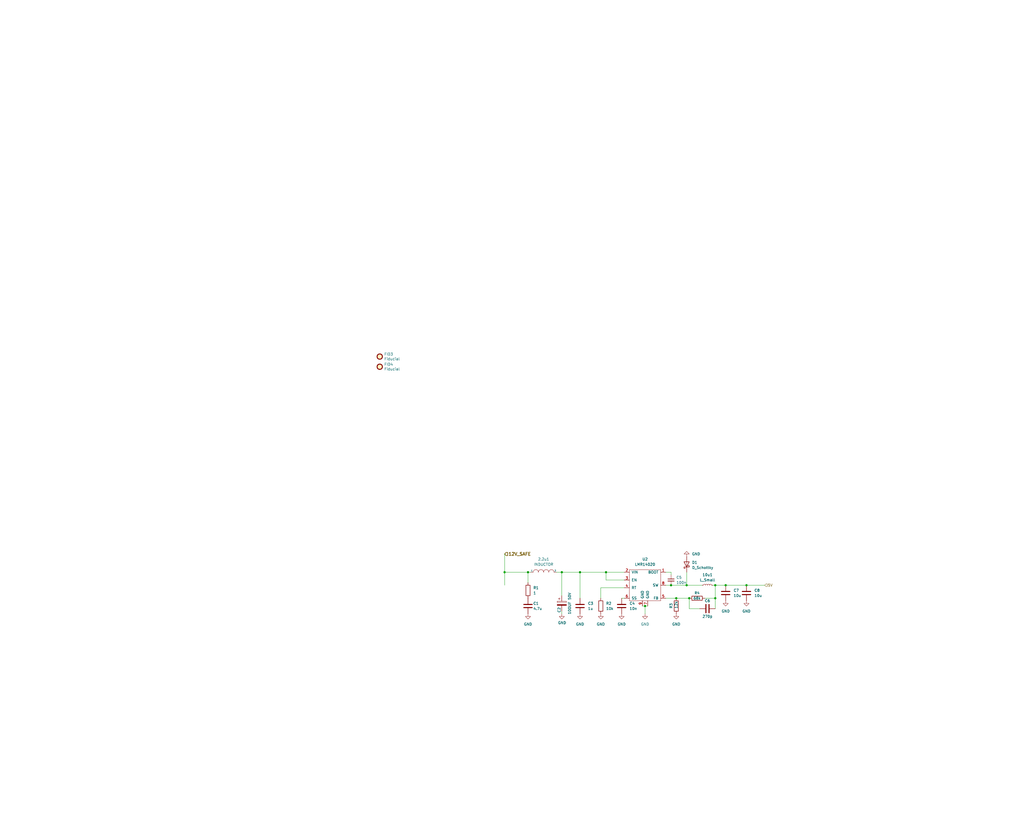
<source format=kicad_sch>
(kicad_sch (version 20211123) (generator eeschema)
  (paper "User" 499.999 399.999)
  (title_block (title "microRusEFI-2L") (date "2020-05-24") (rev "R0.5.2") (company "rusEFI.com") (comment 1 "Donald Becker") (comment 2 "AI6OD"))
  (lib_symbols
    (symbol "C_1" (pin_numbers hide) (pin_names (offset 0.254))
      (property "Reference" "C" (at 0.635 2.54 0))
      (property "Value" "C_1" (at 0.635 -2.54 0))
      (symbol "C_1_0_1"
        (polyline (pts (xy -2.032 -0.762) (xy 2.032 -0.762)) (stroke (width 0.508)))
        (polyline (pts (xy -2.032 0.762) (xy 2.032 0.762)) (stroke (width 0.508)))
      )
      (symbol "C_1_1_1"
        (pin passive line (at 0 3.81 270) (length 2.794) (name "~") (number "1"))
        (pin passive line (at 0 -3.81 90) (length 2.794) (name "~") (number "2"))
      )
    )
    (symbol "Device:CP" (pin_numbers hide) (pin_names (offset 0.254))
      (property "Reference" "C" (at 0.635 2.54 0))
      (property "Value" "Device_CP" (at 0.635 -2.54 0))
      (symbol "CP_0_1"
        (rectangle (start -2.286 0.508) (end 2.286 1.016))
        (polyline (pts (xy -1.778 2.286) (xy -0.762 2.286)))
        (polyline (pts (xy -1.27 2.794) (xy -1.27 1.778)))
        (rectangle (start 2.286 -0.508) (end -2.286 -1.016) (fill (type outline)))
      )
      (symbol "CP_1_1"
        (pin passive line (at 0 3.81 270) (length 2.794) (name "~") (number "1"))
        (pin passive line (at 0 -3.81 90) (length 2.794) (name "~") (number "2"))
      )
    )
    (symbol "Device:C_Small" (pin_numbers hide) (pin_names (offset 0.254) hide)
      (property "Reference" "C" (at 0.254 1.778 0))
      (property "Value" "C_Small" (at 0.254 -2.032 0))
      (symbol "C_Small_0_1"
        (polyline (pts (xy -1.524 -0.508) (xy 1.524 -0.508)) (stroke (width 0.3302)))
        (polyline (pts (xy -1.524 0.508) (xy 1.524 0.508)) (stroke (width 0.3048)))
      )
      (symbol "C_Small_1_1"
        (pin passive line (at 0 2.54 270) (length 2.032) (name "~") (number "1"))
        (pin passive line (at 0 -2.54 90) (length 2.032) (name "~") (number "2"))
      )
    )
    (symbol "Device:D_Schottky" (pin_numbers hide) (pin_names (offset 1.016) hide)
      (property "Reference" "D" (at 0 2.54 0))
      (property "Value" "D_Schottky" (at 0 -2.54 0))
      (symbol "D_Schottky_0_1"
        (polyline (pts (xy 1.27 0) (xy -1.27 0)))
        (polyline (pts (xy 1.27 1.27) (xy 1.27 -1.27) (xy -1.27 0) (xy 1.27 1.27)) (stroke (width 0.254)))
        (polyline (pts (xy -1.905 0.635) (xy -1.905 1.27) (xy -1.27 1.27) (xy -1.27 -1.27) (xy -0.635 -1.27) (xy -0.635 -0.635)) (stroke (width 0.254)))
      )
      (symbol "D_Schottky_1_1"
        (pin passive line (at -3.81 0 0) (length 2.54) (name "K") (number "1"))
        (pin passive line (at 3.81 0 180) (length 2.54) (name "A") (number "2"))
      )
    )
    (symbol "Device:L_Small" (pin_numbers hide) (pin_names (offset 0.254) hide)
      (property "Reference" "L" (at 0.762 1.016 0))
      (property "Value" "L_Small" (at 0.762 -1.016 0))
      (symbol "L_Small_0_1"
        (arc (start 0 -2.032) (mid 0.508 -1.524) (end 0 -1.016))
        (arc (start 0 -1.016) (mid 0.508 -0.508) (end 0 0))
        (arc (start 0 0) (mid 0.508 0.508) (end 0 1.016))
        (arc (start 0 1.016) (mid 0.508 1.524) (end 0 2.032))
      )
      (symbol "L_Small_1_1"
        (pin passive line (at 0 2.54 270) (length 0.508) (name "~") (number "1"))
        (pin passive line (at 0 -2.54 90) (length 0.508) (name "~") (number "2"))
      )
    )
    (symbol "Device:R" (pin_numbers hide) (pin_names (offset 0))
      (property "Reference" "R" (at 2.032 0 90))
      (property "Value" "R" (at 0 0 90))
      (symbol "R_0_1"
        (rectangle (start -1.016 -2.54) (end 1.016 2.54) (stroke (width 0.254)))
      )
      (symbol "R_1_1"
        (pin passive line (at 0 3.81 270) (length 1.27) (name "~") (number "1"))
        (pin passive line (at 0 -3.81 90) (length 1.27) (name "~") (number "2"))
      )
    )
    (symbol "GND_1" (power) (pin_names (offset 0))
      (property "Value" "GND_1" (at 0 -3.81 0))
      (symbol "GND_1_0_1"
        (polyline (pts (xy 0 0) (xy 0 -1.27) (xy 1.27 -1.27) (xy 0 -2.54) (xy -1.27 -1.27) (xy 0 -1.27)))
      )
      (symbol "GND_1_1_1"
        (pin power_in line (at 0 0 270) (length 0) hide (name "GND") (number "1"))
      )
    )
    (symbol "Mechanical:Fiducial"
      (property "Reference" "FID" (at 0 5.08 0))
      (property "Value" "Mechanical_Fiducial" (at 0 3.175 0))
      (symbol "Fiducial_0_1"
        (circle (center 0 0) (radius 1.27) (stroke (width 0.508)) (fill (type background)))
      )
    )
    (symbol "Simon:LMR14020" (pin_names (offset 1.016))
      (property "Reference" "U" (at -3.81 -11.43 0))
      (property "Value" "LMR14020" (at 2.54 8.89 0))
      (symbol "LMR14020_0_1"
        (rectangle (start -5.08 -8.89) (end 10.16 6.35))
      )
      (symbol "LMR14020_1_1"
        (pin bidirectional line (at 12.7 5.08 180) (length 2.54) (name "BOOT") (number "1"))
        (pin power_in line (at -7.62 5.08 0) (length 2.54) (name "VIN") (number "2"))
        (pin input line (at -7.62 1.27 0) (length 2.54) (name "EN") (number "3"))
        (pin bidirectional line (at -7.62 -2.54 0) (length 2.54) (name "RT") (number "4"))
        (pin input line (at 12.7 -7.62 180) (length 2.54) (name "FB") (number "5"))
        (pin bidirectional line (at -7.62 -7.62 0) (length 2.54) (name "SS") (number "6"))
        (pin power_in line (at 3.81 -11.43 90) (length 2.54) (name "GND") (number "7"))
        (pin power_out line (at 12.7 -1.27 180) (length 2.54) (name "SW") (number "8"))
        (pin power_in line (at 1.27 -11.43 90) (length 2.54) (name "GND") (number "9"))
      )
    )
    (symbol "power:GND" (power) (pin_names (offset 0))
      (property "Value" "power_GND" (at 0 -3.81 0))
      (symbol "GND_0_1"
        (polyline (pts (xy 0 0) (xy 0 -1.27) (xy 1.27 -1.27) (xy 0 -2.54) (xy -1.27 -1.27) (xy 0 -1.27)))
      )
      (symbol "GND_1_1"
        (pin power_in line (at 0 0 270) (length 0) hide (name "GND") (number "1"))
      )
    )
    (symbol "pspice:INDUCTOR" (pin_numbers hide) (pin_names (offset 0))
      (property "Reference" "L" (at 0 2.54 0))
      (property "Value" "INDUCTOR" (at 0 -1.27 0))
      (symbol "INDUCTOR_0_1"
        (arc (start -2.54 0) (mid -3.81 1.27) (end -5.08 0))
        (arc (start 0 0) (mid -1.27 1.27) (end -2.54 0))
        (arc (start 2.54 0) (mid 1.27 1.27) (end 0 0))
        (arc (start 5.08 0) (mid 3.81 1.27) (end 2.54 0))
      )
      (symbol "INDUCTOR_1_1"
        (pin input line (at -6.35 0 0) (length 1.27) (name "1") (number "1"))
        (pin input line (at 6.35 0 180) (length 1.27) (name "2") (number "2"))
      )
    )
  )
  (junction (at 364.49 285.75))
  (junction (at 354.33 285.75))
  (junction (at 314.96 295.91))
  (junction (at 274.32 279.4))
  (junction (at 335.28 285.75))
  (junction (at 257.81 279.4))
  (junction (at 295.91 279.4))
  (junction (at 349.25 285.75))
  (junction (at 336.55 292.1))
  (junction (at 349.25 292.1))
  (junction (at 246.38 279.4))
  (junction (at 327.66 285.75))
  (junction (at 283.21 279.4))
  (junction (at 330.2 292.1))
  (wire (pts (xy 314.96 295.91) (xy 314.96 299.72)))
  (wire (pts (xy 295.91 279.4) (xy 304.8 279.4)))
  (wire (pts (xy 274.32 290.83) (xy 274.32 279.4)))
  (wire (pts (xy 257.81 284.48) (xy 257.81 279.4)))
  (wire (pts (xy 246.38 279.4) (xy 246.38 285.75)))
  (wire (pts (xy 293.37 287.02) (xy 293.37 292.1)))
  (wire (pts (xy 341.63 297.18) (xy 336.55 297.18)))
  (wire (pts (xy 314.96 295.91) (xy 316.23 295.91)))
  (wire (pts (xy 246.38 270.51) (xy 246.38 279.4)))
  (wire (pts (xy 349.25 285.75) (xy 354.33 285.75)))
  (wire (pts (xy 303.53 292.1) (xy 304.8 292.1)))
  (wire (pts (xy 271.78 279.4) (xy 274.32 279.4)))
  (wire (pts (xy 304.8 287.02) (xy 293.37 287.02)))
  (wire (pts (xy 349.25 292.1) (xy 349.25 297.18)))
  (wire (pts (xy 246.38 279.4) (xy 257.81 279.4)))
  (wire (pts (xy 327.66 280.67) (xy 327.66 279.4)))
  (wire (pts (xy 330.2 292.1) (xy 336.55 292.1)))
  (wire (pts (xy 283.21 279.4) (xy 295.91 279.4)))
  (wire (pts (xy 274.32 298.45) (xy 274.32 299.72)))
  (wire (pts (xy 325.12 285.75) (xy 327.66 285.75)))
  (wire (pts (xy 313.69 295.91) (xy 314.96 295.91)))
  (wire (pts (xy 335.28 279.4) (xy 335.28 285.75)))
  (wire (pts (xy 295.91 283.21) (xy 295.91 279.4)))
  (wire (pts (xy 327.66 279.4) (xy 325.12 279.4)))
  (wire (pts (xy 344.17 292.1) (xy 349.25 292.1)))
  (wire (pts (xy 349.25 285.75) (xy 349.25 292.1)))
  (wire (pts (xy 336.55 297.18) (xy 336.55 292.1)))
  (wire (pts (xy 274.32 279.4) (xy 283.21 279.4)))
  (wire (pts (xy 325.12 292.1) (xy 330.2 292.1)))
  (wire (pts (xy 283.21 279.4) (xy 283.21 292.1)))
  (wire (pts (xy 304.8 283.21) (xy 295.91 283.21)))
  (wire (pts (xy 364.49 285.75) (xy 373.38 285.75)))
  (wire (pts (xy 259.08 279.4) (xy 257.81 279.4)))
  (wire (pts (xy 335.28 285.75) (xy 342.9 285.75)))
  (wire (pts (xy 347.98 285.75) (xy 349.25 285.75)))
  (wire (pts (xy 327.66 285.75) (xy 335.28 285.75)))
  (wire (pts (xy 354.33 285.75) (xy 364.49 285.75)))
  (hierarchical_label "12V_SAFE" (shape input) (at 246.38 270.51 0) (effects (font (size 1.524 1.524) (thickness 0.3048) bold)))
  (hierarchical_label "5V" (shape input) (at 373.38 285.75 0))
  (symbol (lib_id "Device:CP") (at 274.32 294.64 0) (unit 1)
    (property "Reference" "C2" (at 273.05 297.815 90))
    (property "Value" "100UF 50V" (at 278.13 294.64 90))
    (property "Footprint" "Capacitor_SMD:CP_Elec_8x10.5" (effects hide))
    (property "Manufacturer" "NICHICON" (effects hide))
    (property "Part #" "UCD1H101MNL1GS" (effects hide))
    (property "VEND" "DIGI" (effects hide))
    (property "VEND#" "493-6388-1-ND" (effects hide))
    (property "LCSC" "C134515" (effects hide))
  )
  (symbol (lib_id "power:GND") (at 274.32 299.72 0) (unit 1)
    (property "Reference" "#PWR01" (effects hide))
    (property "Value" "GND" (at 274.447 304.1142 0))
  )
  (symbol (lib_id "Mechanical:Fiducial") (at 185.42 174.117 0) (unit 1)
    (property "Reference" "FID3" (at 187.579 172.9486 0) (effects (justify left)))
    (property "Value" "Fiducial" (at 187.579 175.26 0) (effects (justify left)))
    (property "Footprint" "Fiducial:Fiducial_0.5mm_Mask1mm" (effects hide))
    (property "Datasheet" "DNP" (effects hide))
    (property "Part #" "DNP" (effects hide))
    (property "VEND" "DNP" (effects hide))
    (property "VEND#" "DNP" (effects hide))
    (property "Manufacturer" "DNP" (effects hide))
  )
  (symbol (lib_id "Mechanical:Fiducial") (at 185.42 179.07 0) (unit 1)
    (property "Reference" "FID4" (at 187.579 177.9016 0) (effects (justify left)))
    (property "Value" "Fiducial" (at 187.579 180.213 0) (effects (justify left)))
    (property "Footprint" "Fiducial:Fiducial_0.5mm_Mask1mm" (effects hide))
    (property "Datasheet" "DNP" (effects hide))
    (property "Part #" "DNP" (effects hide))
    (property "VEND" "DNP" (effects hide))
    (property "VEND#" "DNP" (effects hide))
    (property "Manufacturer" "DNP" (effects hide))
  )
  (symbol (lib_id "Device:C_Small") (at 327.66 283.21 0) (unit 1)
    (property "Reference" "C5" (at 330.2 281.9462 0) (effects (justify left)))
    (property "Value" "100n" (at 330.2 284.48 0) (effects (justify left)))
    (property "Footprint" "Capacitor_SMD:C_0603_1608Metric" (effects hide))
  )
  (symbol (lib_name "GND_1") (lib_id "power:GND") (at 293.37 299.72 0) (unit 1)
    (property "Reference" "#PWR0109" (effects hide))
    (property "Value" "GND" (at 293.37 304.8 0))
  )
  (symbol (lib_name "GND_1") (lib_id "power:GND") (at 283.21 299.72 0) (unit 1)
    (property "Reference" "#PWR0110" (effects hide))
    (property "Value" "GND" (at 283.21 304.8 0))
  )
  (symbol (lib_name "GND_1") (lib_id "power:GND") (at 257.81 299.72 0) (unit 1)
    (property "Reference" "#PWR0113" (effects hide))
    (property "Value" "GND" (at 257.81 304.8 0))
  )
  (symbol (lib_name "GND_1") (lib_id "power:GND") (at 364.49 293.37 0) (unit 1)
    (property "Reference" "#PWR0124" (effects hide))
    (property "Value" "GND" (at 364.49 298.45 0))
  )
  (symbol (lib_id "Device:R") (at 257.81 288.29 0) (unit 1)
    (property "Reference" "R1" (at 260.35 287.0199 0) (effects (justify left)))
    (property "Value" "1" (at 260.35 289.5599 0) (effects (justify left)))
    (property "Footprint" "Resistor_SMD:R_0402_1005Metric" (effects hide))
  )
  (symbol (lib_id "Device:R") (at 330.2 295.91 0) (unit 1)
    (property "Reference" "R3" (at 327.66 297.18 90) (effects (justify left)))
    (property "Value" "12k" (at 330.2 297.18 90) (effects (justify left)))
    (property "Footprint" "Resistor_SMD:R_0402_1005Metric" (effects hide))
  )
  (symbol (lib_name "GND_1") (lib_id "power:GND") (at 354.33 293.37 0) (unit 1)
    (property "Reference" "#PWR0126" (effects hide))
    (property "Value" "GND" (at 354.33 298.45 0))
  )
  (symbol (lib_id "Device:L_Small") (at 345.44 285.75 90) (unit 1)
    (property "Reference" "10u1" (at 345.44 280.67 90))
    (property "Value" "L_Small" (at 345.44 283.21 90))
    (property "Footprint" "Inductor_SMD:L_1210_3225Metric" (effects hide))
  )
  (symbol (lib_id "Device:R") (at 340.36 292.1 270) (unit 1)
    (property "Reference" "R4" (at 340.36 289.56 90))
    (property "Value" "68k" (at 340.36 292.1 90))
    (property "Footprint" "Resistor_SMD:R_0402_1005Metric" (effects hide))
  )
  (symbol (lib_name "GND_1") (lib_id "power:GND") (at 314.96 299.72 0) (unit 1)
    (property "Reference" "#PWR0119" (effects hide))
    (property "Value" "GND" (at 314.96 304.8 0))
  )
  (symbol (lib_name "GND_1") (lib_id "power:GND") (at 330.2 299.72 0) (unit 1)
    (property "Reference" "#PWR0116" (effects hide))
    (property "Value" "GND" (at 330.2 304.8 0))
  )
  (symbol (lib_name "C_1") (lib_id "Device:C") (at 345.44 297.18 270) (unit 1)
    (property "Reference" "C6" (at 345.44 293.37 90))
    (property "Value" "270p" (at 345.44 300.99 90))
    (property "Footprint" "Capacitor_SMD:C_0603_1608Metric" (effects hide))
  )
  (symbol (lib_name "C_1") (lib_id "Device:C") (at 354.33 289.56 0) (unit 1)
    (property "Reference" "C7" (at 358.14 288.2899 0) (effects (justify left)))
    (property "Value" "10u" (at 358.14 290.8299 0) (effects (justify left)))
    (property "Footprint" "Capacitor_SMD:C_0603_1608Metric" (effects hide))
  )
  (symbol (lib_id "Device:R") (at 293.37 295.91 0) (unit 1)
    (property "Reference" "R2" (at 295.91 294.6399 0) (effects (justify left)))
    (property "Value" "10k" (at 295.91 297.1799 0) (effects (justify left)))
    (property "Footprint" "Resistor_SMD:R_0402_1005Metric" (effects hide))
  )
  (symbol (lib_name "C_1") (lib_id "Device:C") (at 283.21 295.91 0) (unit 1)
    (property "Reference" "C3" (at 287.02 294.6399 0) (effects (justify left)))
    (property "Value" "1u" (at 287.02 297.1799 0) (effects (justify left)))
    (property "Footprint" "Capacitor_SMD:C_0603_1608Metric" (effects hide))
  )
  (symbol (lib_id "pspice:INDUCTOR") (at 265.43 279.4 0) (unit 1)
    (property "Reference" "2.2u1" (at 265.43 273.05 0))
    (property "Value" "INDUCTOR" (at 265.43 275.59 0))
    (property "Footprint" "Simon:MWSA0503" (effects hide))
  )
  (symbol (lib_name "C_1") (lib_id "Device:C") (at 364.49 289.56 0) (unit 1)
    (property "Reference" "C8" (at 368.3 288.2899 0) (effects (justify left)))
    (property "Value" "10u" (at 368.3 290.8299 0) (effects (justify left)))
    (property "Footprint" "Capacitor_SMD:C_0603_1608Metric" (effects hide))
  )
  (symbol (lib_name "C_1") (lib_id "Device:C") (at 303.53 295.91 0) (unit 1)
    (property "Reference" "C4" (at 307.34 294.6399 0) (effects (justify left)))
    (property "Value" "10n" (at 307.34 297.1799 0) (effects (justify left)))
    (property "Footprint" "Capacitor_SMD:C_0603_1608Metric" (effects hide))
  )
  (symbol (lib_id "Device:D_Schottky") (at 335.28 275.59 90) (unit 1)
    (property "Reference" "D1" (at 337.82 274.6374 90) (effects (justify right)))
    (property "Value" "D_Schottky" (at 337.82 277.1774 90) (effects (justify right)))
    (property "Footprint" "Diode_SMD:D_SMA" (effects hide))
  )
  (symbol (lib_name "GND_1") (lib_id "power:GND") (at 303.53 299.72 0) (unit 1)
    (property "Reference" "#PWR0121" (effects hide))
    (property "Value" "GND" (at 303.53 304.8 0))
  )
  (symbol (lib_id "Simon:LMR14020") (at 312.42 284.48 0) (unit 1)
    (property "Reference" "U2" (at 314.96 273.05 0))
    (property "Value" "LMR14020" (at 314.96 275.59 0))
    (property "Footprint" "Simon:SOIC8-DFN" (effects hide))
  )
  (symbol (lib_name "C_1") (lib_id "Device:C") (at 257.81 295.91 0) (unit 1)
    (property "Reference" "C1" (at 260.35 294.6399 0) (effects (justify left)))
    (property "Value" "4.7u" (at 260.35 297.1799 0) (effects (justify left)))
    (property "Footprint" "Capacitor_SMD:C_0603_1608Metric" (effects hide))
  )
  (symbol (lib_name "GND_1") (lib_id "power:GND") (at 335.28 271.78 180) (unit 1)
    (property "Reference" "#PWR0118" (effects hide))
    (property "Value" "GND" (at 337.82 270.5099 0) (effects (justify right)))
  )
)
</source>
